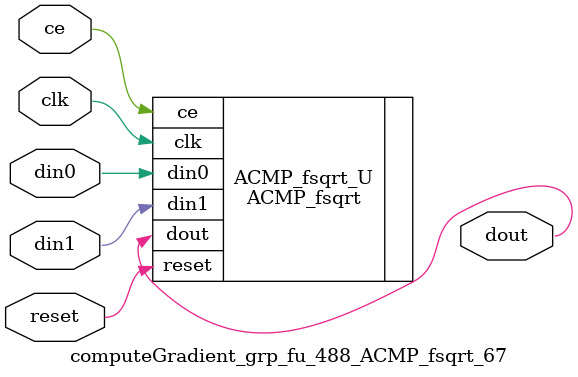
<source format=v>

`timescale 1 ns / 1 ps
module computeGradient_grp_fu_488_ACMP_fsqrt_67(
    clk,
    reset,
    ce,
    din0,
    din1,
    dout);

parameter ID = 32'd1;
parameter NUM_STAGE = 32'd1;
parameter din0_WIDTH = 32'd1;
parameter din1_WIDTH = 32'd1;
parameter dout_WIDTH = 32'd1;
input clk;
input reset;
input ce;
input[din0_WIDTH - 1:0] din0;
input[din1_WIDTH - 1:0] din1;
output[dout_WIDTH - 1:0] dout;



ACMP_fsqrt #(
.ID( ID ),
.NUM_STAGE( 8 ),
.din0_WIDTH( din0_WIDTH ),
.din1_WIDTH( din1_WIDTH ),
.dout_WIDTH( dout_WIDTH ))
ACMP_fsqrt_U(
    .clk( clk ),
    .reset( reset ),
    .ce( ce ),
    .din0( din0 ),
    .din1( din1 ),
    .dout( dout ));

endmodule

</source>
